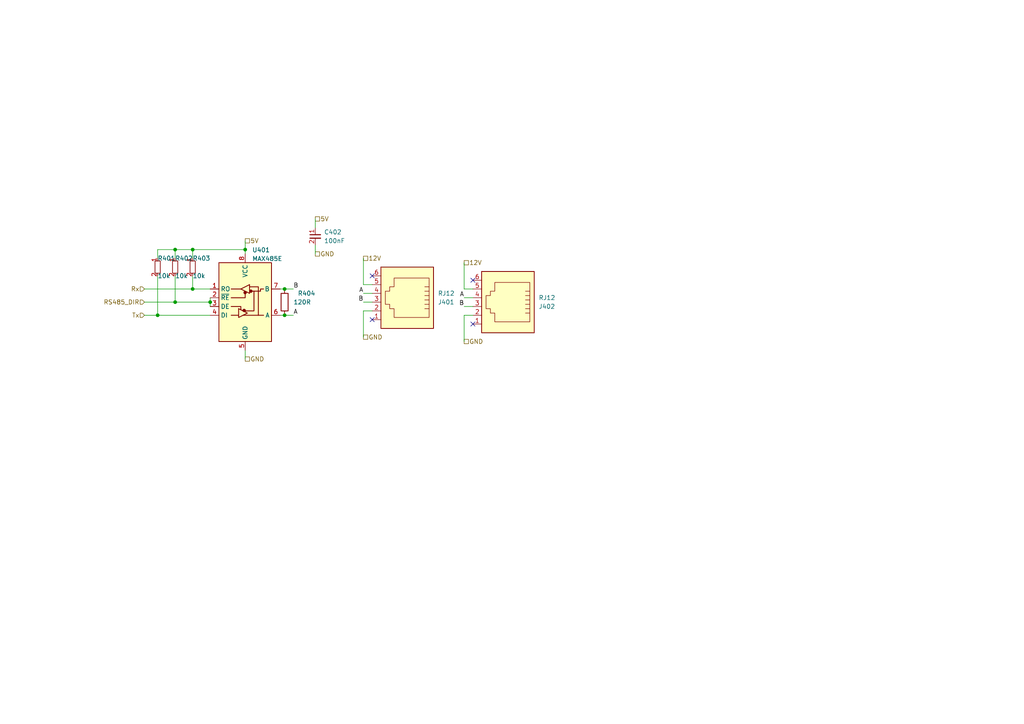
<source format=kicad_sch>
(kicad_sch (version 20230121) (generator eeschema)
  (paper "A4")
  (lib_symbols
    (symbol "Device:R" (pin_numbers hide) (pin_names (offset 0))
      (property "Reference" "R" (at 2.032 0 90))
      (property "Value" "R" (at 0 0 90))
      (symbol "R_0_1"
        (rectangle (start -1.016 -2.54) (end 1.016 2.54) (stroke (width 0.254)))
      )
      (symbol "R_1_1"
        (pin passive line (at 0 3.81 270) (length 1.27) (name "~") (number "1"))
        (pin passive line (at 0 -3.81 90) (length 1.27) (name "~") (number "2"))
      )
    )
    (symbol "Interface_UART:MAX485E"
      (property "Reference" "U" (at -6.096 11.43 0))
      (property "Value" "MAX485E" (at 0.762 11.43 0))
      (symbol "MAX485E_0_1"
        (rectangle (start -7.62 10.16) (end 7.62 -12.7) (stroke (width 0.254)) (fill (type background)))
        (circle (center -0.3048 -3.683) (radius 0.3556) (stroke (width 0.254)) (fill (type outline)))
        (circle (center -0.0254 1.4986) (radius 0.3556) (stroke (width 0.254)) (fill (type outline)))
        (polyline (pts (xy -4.064 -5.08) (xy -1.905 -5.08)) (stroke (width 0.254)))
        (polyline (pts (xy -4.064 2.54) (xy -1.27 2.54)) (stroke (width 0.254)))
        (polyline (pts (xy -1.27 -3.2004) (xy -1.27 -3.4544)) (stroke (width 0.254)))
        (polyline (pts (xy -0.635 -5.08) (xy 5.334 -5.08)) (stroke (width 0.254)))
        (polyline (pts (xy -4.064 -2.54) (xy -1.27 -2.54) (xy -1.27 -3.175)) (stroke (width 0.254)))
        (polyline (pts (xy 0 1.27) (xy 0 0) (xy -4.064 0)) (stroke (width 0.254)))
        (polyline (pts (xy 1.27 3.175) (xy 3.81 3.175) (xy 3.81 -5.08)) (stroke (width 0.254)))
        (polyline (pts (xy 2.54 1.905) (xy 2.54 -3.81) (xy 0 -3.81)) (stroke (width 0.254)))
        (polyline (pts (xy -1.905 -3.175) (xy -1.905 -5.715) (xy 0.635 -4.445) (xy -1.905 -3.175)) (stroke (width 0.254)))
        (polyline (pts (xy -1.27 2.54) (xy 1.27 3.81) (xy 1.27 1.27) (xy -1.27 2.54)) (stroke (width 0.254)))
        (polyline (pts (xy 1.905 1.905) (xy 4.445 1.905) (xy 4.445 2.54) (xy 5.334 2.54)) (stroke (width 0.254)))
        (rectangle (start 1.27 3.175) (end 1.27 3.175))
        (circle (center 1.651 1.905) (radius 0.3556) (stroke (width 0.254)) (fill (type outline)))
      )
      (symbol "MAX485E_1_1"
        (pin output line (at -10.16 2.54 0) (length 2.54) (name "RO") (number "1"))
        (pin input line (at -10.16 0 0) (length 2.54) (name "~{RE}") (number "2"))
        (pin input line (at -10.16 -2.54 0) (length 2.54) (name "DE") (number "3"))
        (pin input line (at -10.16 -5.08 0) (length 2.54) (name "DI") (number "4"))
        (pin power_in line (at 0 -15.24 90) (length 2.54) (name "GND") (number "5"))
        (pin bidirectional line (at 10.16 -5.08 180) (length 2.54) (name "A") (number "6"))
        (pin bidirectional line (at 10.16 2.54 180) (length 2.54) (name "B") (number "7"))
        (pin power_in line (at 0 12.7 270) (length 2.54) (name "VCC") (number "8"))
      )
    )
    (symbol "capacitor_miscellaneous:C_0402_100nF"
      (property "Reference" "U" (at 1.27 2.54 0))
      (property "Value" "100nF" (at 3.81 -2.54 0))
      (property "JLCPCB Part#" "C307331" (at 0 0 0))
      (symbol "C_0402_100nF_0_1"
        (polyline (pts (xy -1.524 -0.508) (xy 1.524 -0.508)) (stroke (width 0.3302)))
        (polyline (pts (xy -1.524 0.508) (xy 1.524 0.508)) (stroke (width 0.3048)))
      )
      (symbol "C_0402_100nF_1_1"
        (pin passive line (at 0 2.54 270) (length 2.032) (name "~") (number "1"))
        (pin passive line (at 0 -2.54 90) (length 2.032) (name "~") (number "2"))
      )
    )
    (symbol "custom_kicad_lib_sk:RJ12" (pin_names (offset 1.016))
      (property "Reference" "J" (at -5.08 11.43 0))
      (property "Value" "RJ12" (at 2.54 11.43 0))
      (symbol "RJ12_0_1"
        (polyline (pts (xy -6.35 -1.905) (xy -5.08 -1.905) (xy -5.08 -1.905)))
        (polyline (pts (xy -6.35 -0.635) (xy -5.08 -0.635) (xy -5.08 -0.635)))
        (polyline (pts (xy -6.35 0.635) (xy -5.08 0.635) (xy -5.08 0.635)))
        (polyline (pts (xy -6.35 1.905) (xy -5.08 1.905) (xy -5.08 1.905)))
        (polyline (pts (xy -6.35 3.175) (xy -5.08 3.175) (xy -5.08 3.175)))
        (polyline (pts (xy -5.08 4.445) (xy -6.35 4.445) (xy -6.35 4.445)))
        (polyline (pts (xy -6.35 -4.445) (xy -6.35 6.985) (xy 3.81 6.985) (xy 3.81 4.445) (xy 5.08 4.445) (xy 5.08 3.175) (xy 6.35 3.175) (xy 6.35 -0.635) (xy 5.08 -0.635) (xy 5.08 -1.905) (xy 3.81 -1.905) (xy 3.81 -4.445) (xy -6.35 -4.445) (xy -6.35 -4.445)))
        (rectangle (start 7.62 10.16) (end -7.62 -7.62) (stroke (width 0.254)) (fill (type background)))
      )
      (symbol "RJ12_1_1"
        (pin passive line (at 10.16 -5.08 180) (length 2.54) (name "~") (number "1"))
        (pin passive line (at 10.16 -2.54 180) (length 2.54) (name "~") (number "2"))
        (pin passive line (at 10.16 0 180) (length 2.54) (name "~") (number "3"))
        (pin passive line (at 10.16 2.54 180) (length 2.54) (name "~") (number "4"))
        (pin passive line (at 10.16 5.08 180) (length 2.54) (name "~") (number "5"))
        (pin passive line (at 10.16 7.62 180) (length 2.54) (name "~") (number "6"))
      )
    )
    (symbol "resistors_0603:R_10k_0603"
      (property "Reference" "R" (at 1.27 2.54 0))
      (property "Value" "10k" (at 2.54 -2.54 0))
      (symbol "R_10k_0603_0_1"
        (rectangle (start -0.762 1.778) (end 0.762 -1.778) (stroke (width 0.2032)))
      )
      (symbol "R_10k_0603_1_1"
        (pin passive line (at 0 2.54 270) (length 0.762) (name "~") (number "1"))
        (pin passive line (at 0 -2.54 90) (length 0.762) (name "~") (number "2"))
      )
    )
  )
  (junction (at 50.8 87.63))
  (junction (at 55.88 72.39))
  (junction (at 60.96 87.63))
  (junction (at 82.55 83.82))
  (junction (at 71.12 72.39))
  (junction (at 50.8 72.39))
  (junction (at 55.88 83.82))
  (junction (at 45.72 91.44))
  (junction (at 82.55 91.44))
  (no_connect (at 107.95 80.01))
  (no_connect (at 137.16 81.28))
  (no_connect (at 137.16 93.98))
  (no_connect (at 107.95 92.71))
  (wire (pts (xy 82.55 91.44) (xy 85.09 91.44)))
  (wire (pts (xy 134.62 99.06) (xy 134.62 91.44)))
  (wire (pts (xy 91.44 63.5) (xy 91.44 66.04)))
  (wire (pts (xy 41.91 87.63) (xy 50.8 87.63)))
  (wire (pts (xy 41.91 83.82) (xy 55.88 83.82)))
  (wire (pts (xy 45.72 80.01) (xy 45.72 91.44)))
  (wire (pts (xy 107.95 85.09) (xy 105.41 85.09)))
  (wire (pts (xy 91.44 71.12) (xy 91.44 73.66)))
  (wire (pts (xy 81.28 91.44) (xy 82.55 91.44)))
  (wire (pts (xy 71.12 69.85) (xy 71.12 72.39)))
  (wire (pts (xy 55.88 72.39) (xy 55.88 74.93)))
  (wire (pts (xy 50.8 72.39) (xy 55.88 72.39)))
  (wire (pts (xy 45.72 72.39) (xy 50.8 72.39)))
  (wire (pts (xy 60.96 87.63) (xy 60.96 88.9)))
  (wire (pts (xy 107.95 87.63) (xy 105.41 87.63)))
  (wire (pts (xy 71.12 101.6) (xy 71.12 104.14)))
  (wire (pts (xy 82.55 83.82) (xy 85.09 83.82)))
  (wire (pts (xy 50.8 80.01) (xy 50.8 87.63)))
  (wire (pts (xy 55.88 72.39) (xy 71.12 72.39)))
  (wire (pts (xy 105.41 74.93) (xy 105.41 82.55)))
  (wire (pts (xy 45.72 91.44) (xy 60.96 91.44)))
  (wire (pts (xy 50.8 72.39) (xy 50.8 74.93)))
  (wire (pts (xy 105.41 90.17) (xy 107.95 90.17)))
  (wire (pts (xy 55.88 83.82) (xy 60.96 83.82)))
  (wire (pts (xy 81.28 83.82) (xy 82.55 83.82)))
  (wire (pts (xy 105.41 97.79) (xy 105.41 90.17)))
  (wire (pts (xy 41.91 91.44) (xy 45.72 91.44)))
  (wire (pts (xy 137.16 83.82) (xy 134.62 83.82)))
  (wire (pts (xy 60.96 86.36) (xy 60.96 87.63)))
  (wire (pts (xy 50.8 87.63) (xy 60.96 87.63)))
  (wire (pts (xy 137.16 86.36) (xy 134.62 86.36)))
  (wire (pts (xy 137.16 88.9) (xy 134.62 88.9)))
  (wire (pts (xy 55.88 80.01) (xy 55.88 83.82)))
  (wire (pts (xy 45.72 72.39) (xy 45.72 74.93)))
  (wire (pts (xy 107.95 82.55) (xy 105.41 82.55)))
  (wire (pts (xy 71.12 72.39) (xy 71.12 73.66)))
  (wire (pts (xy 134.62 76.2) (xy 134.62 83.82)))
  (wire (pts (xy 134.62 91.44) (xy 137.16 91.44)))
  (label "B" (at 105.41 87.63 180))
  (label "A" (at 85.09 91.44 0))
  (label "A" (at 134.62 86.36 180))
  (label "B" (at 85.09 83.82 0))
  (label "B" (at 134.62 88.9 180))
  (label "A" (at 105.41 85.09 180))
  (hierarchical_label "RS485_DIR" (shape input) (at 41.91 87.63 180))
  (hierarchical_label "GND" (shape passive) (at 105.41 97.79 0))
  (hierarchical_label "GND" (shape passive) (at 134.62 99.06 0))
  (hierarchical_label "GND" (shape passive) (at 91.44 73.66 0))
  (hierarchical_label "Rx" (shape input) (at 41.91 83.82 180))
  (hierarchical_label "12V" (shape passive) (at 134.62 76.2 0))
  (hierarchical_label "GND" (shape passive) (at 71.12 104.14 0))
  (hierarchical_label "5V" (shape passive) (at 91.44 63.5 0))
  (hierarchical_label "Tx" (shape input) (at 41.91 91.44 180))
  (hierarchical_label "12V" (shape passive) (at 105.41 74.93 0))
  (hierarchical_label "5V" (shape passive) (at 71.12 69.85 0))
  (symbol (lib_id "Device:R") (at 82.55 87.63 180) (unit 1)
    (property "Reference" "R404" (at 86.36 85.09 0) (effects (justify right)))
    (property "Value" "120R" (at 85.09 87.63 0) (effects (justify right)))
    (property "Footprint" "Resistor_SMD:R_0805_2012Metric" (effects hide))
    (property "Datasheet" "C17437" (effects hide))
  )
  (symbol (lib_id "resistors_0603:R_10k_0603") (at 50.8 77.47 0) (unit 1)
    (property "Reference" "R402" (at 50.8 74.93 0) (effects (justify left)))
    (property "Value" "10k" (at 50.8 80.01 0) (effects (justify left)))
    (property "Footprint" "custom_kicad_lib_sk:R_0603_smalltext" (effects hide))
    (property "JLCPCB Part#" "C25804" (effects hide))
  )
  (symbol (lib_id "resistors_0603:R_10k_0603") (at 55.88 77.47 0) (unit 1)
    (property "Reference" "R403" (at 55.88 74.93 0) (effects (justify left)))
    (property "Value" "10k" (at 55.88 80.01 0) (effects (justify left)))
    (property "Footprint" "custom_kicad_lib_sk:R_0603_smalltext" (effects hide))
    (property "JLCPCB Part#" "C25804" (effects hide))
  )
  (symbol (lib_id "Interface_UART:MAX485E") (at 71.12 86.36 0) (unit 1)
    (property "Reference" "U401" (at 73.1394 72.5002 0) (effects (justify left)))
    (property "Value" "MAX485E" (at 73.1394 75.0371 0) (effects (justify left)))
    (property "Footprint" "Package_SO:SOIC-8_3.9x4.9mm_P1.27mm" (effects hide))
    (property "Datasheet" "https://datasheets.maximintegrated.com/en/ds/MAX1487E-MAX491E.pdf" (effects hide))
    (property "JLCPCB Part#" "C668206" (effects hide))
  )
  (symbol (lib_id "resistors_0603:R_10k_0603") (at 45.72 77.47 0) (unit 1)
    (property "Reference" "R401" (at 45.72 74.93 0) (effects (justify left)))
    (property "Value" "10k" (at 45.72 80.01 0) (effects (justify left)))
    (property "Footprint" "custom_kicad_lib_sk:R_0603_smalltext" (effects hide))
    (property "JLCPCB Part#" "C25804" (effects hide))
  )
  (symbol (lib_id "custom_kicad_lib_sk:RJ12") (at 147.32 88.9 0) (mirror y) (unit 1)
    (property "Reference" "J402" (at 156.21 88.9 0) (effects (justify right)))
    (property "Value" "RJ12" (at 156.21 86.36 0) (effects (justify right)))
    (property "Footprint" "custom_kicad_lib_sk:RJ12" (effects hide))
  )
  (symbol (lib_id "capacitor_miscellaneous:C_0402_100nF") (at 91.44 68.58 0) (unit 1)
    (property "Reference" "C402" (at 93.98 67.3163 0) (effects (justify left)))
    (property "Value" "100nF" (at 93.98 69.8563 0) (effects (justify left)))
    (property "Footprint" "Capacitor_SMD:C_0402_1005Metric" (effects hide))
    (property "JLCPCB Part#" "C307331" (effects hide))
  )
  (symbol (lib_id "custom_kicad_lib_sk:RJ12") (at 118.11 87.63 0) (mirror y) (unit 1)
    (property "Reference" "J401" (at 127 87.63 0) (effects (justify right)))
    (property "Value" "RJ12" (at 127 85.09 0) (effects (justify right)))
    (property "Footprint" "custom_kicad_lib_sk:RJ12" (effects hide))
  )
)
</source>
